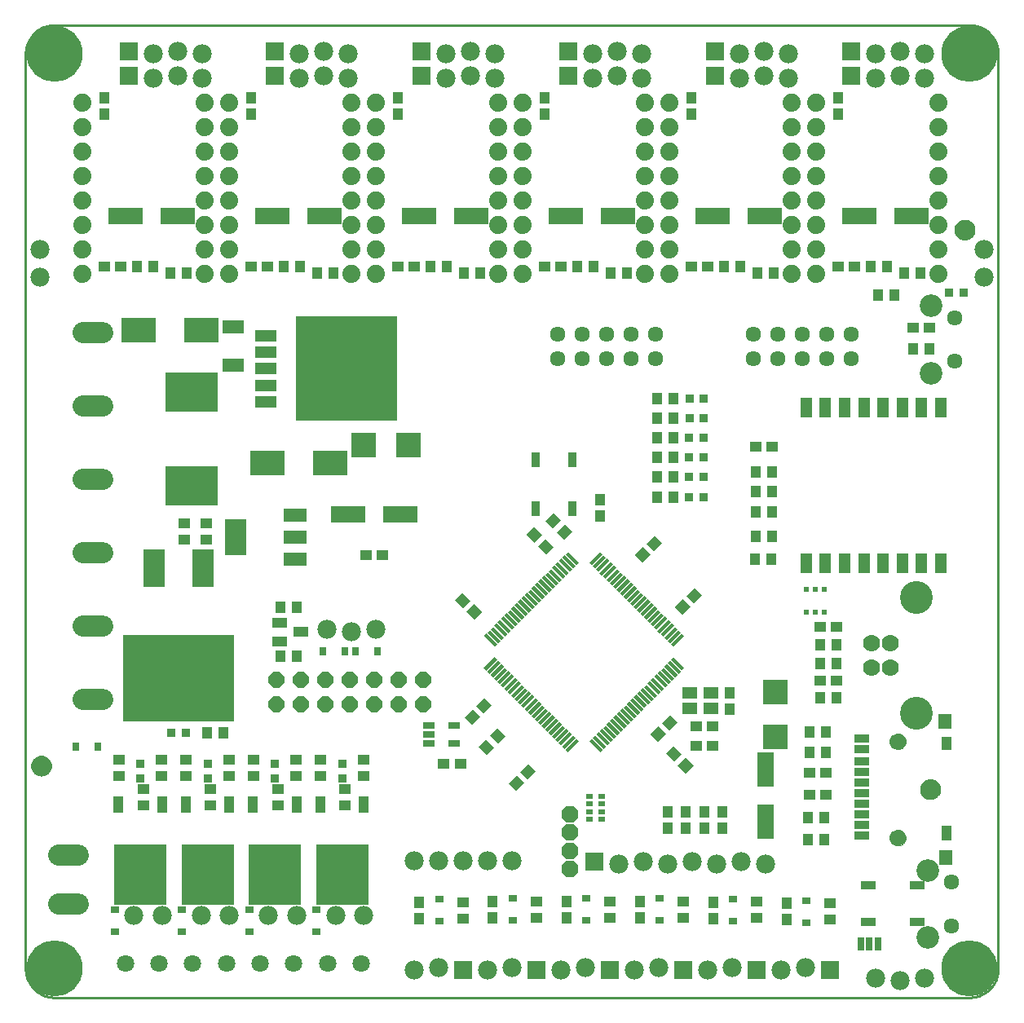
<source format=gts>
G75*
G70*
%OFA0B0*%
%FSLAX24Y24*%
%IPPOS*%
%LPD*%
%AMOC8*
5,1,8,0,0,1.08239X$1,22.5*
%
%ADD10C,0.0100*%
%ADD11R,0.0146X0.0631*%
%ADD12R,0.0631X0.0146*%
%ADD13R,0.0591X0.0512*%
%ADD14R,0.0473X0.0434*%
%ADD15R,0.0434X0.0473*%
%ADD16R,0.0640X0.0340*%
%ADD17R,0.0355X0.0355*%
%ADD18R,0.0340X0.0640*%
%ADD19C,0.0700*%
%ADD20C,0.1340*%
%ADD21R,0.0237X0.0237*%
%ADD22C,0.0634*%
%ADD23R,0.0367X0.0288*%
%ADD24R,0.1040X0.1040*%
%ADD25R,0.4138X0.4292*%
%ADD26R,0.0890X0.0460*%
%ADD27R,0.2166X0.1615*%
%ADD28R,0.0867X0.0540*%
%ADD29R,0.0512X0.0827*%
%ADD30C,0.0926*%
%ADD31C,0.0780*%
%ADD32R,0.0571X0.0631*%
%ADD33R,0.0434X0.0591*%
%ADD34R,0.0434X0.0552*%
%ADD35R,0.0631X0.0335*%
%ADD36C,0.0000*%
%ADD37C,0.0670*%
%ADD38R,0.0780X0.0780*%
%ADD39C,0.0740*%
%ADD40R,0.1418X0.0670*%
%ADD41R,0.0860X0.1540*%
%ADD42R,0.4540X0.3540*%
%ADD43C,0.0050*%
%ADD44R,0.2166X0.2481*%
%ADD45R,0.0434X0.0670*%
%ADD46R,0.0920X0.0520*%
%ADD47R,0.0906X0.1457*%
%ADD48R,0.0296X0.0237*%
%ADD49R,0.0591X0.0434*%
%ADD50C,0.0865*%
%ADD51R,0.0288X0.0367*%
%ADD52OC8,0.0640*%
%ADD53R,0.0512X0.0257*%
%ADD54R,0.0290X0.0540*%
%ADD55OC8,0.0670*%
%ADD56R,0.0670X0.1418*%
%ADD57C,0.0709*%
%ADD58R,0.1418X0.1024*%
%ADD59C,0.2290*%
D10*
X002330Y001759D02*
X002330Y039160D01*
X002332Y039226D01*
X002337Y039292D01*
X002347Y039358D01*
X002360Y039423D01*
X002376Y039487D01*
X002396Y039550D01*
X002420Y039612D01*
X002447Y039672D01*
X002477Y039731D01*
X002511Y039788D01*
X002548Y039843D01*
X002588Y039896D01*
X002630Y039947D01*
X002676Y039995D01*
X002724Y040041D01*
X002775Y040083D01*
X002828Y040123D01*
X002883Y040160D01*
X002940Y040194D01*
X002999Y040224D01*
X003059Y040251D01*
X003121Y040275D01*
X003184Y040295D01*
X003248Y040311D01*
X003313Y040324D01*
X003379Y040334D01*
X003445Y040339D01*
X003511Y040341D01*
X040913Y040341D01*
X040979Y040339D01*
X041045Y040334D01*
X041111Y040324D01*
X041176Y040311D01*
X041240Y040295D01*
X041303Y040275D01*
X041365Y040251D01*
X041425Y040224D01*
X041484Y040194D01*
X041541Y040160D01*
X041596Y040123D01*
X041649Y040083D01*
X041700Y040041D01*
X041748Y039995D01*
X041794Y039947D01*
X041836Y039896D01*
X041876Y039843D01*
X041913Y039788D01*
X041947Y039731D01*
X041977Y039672D01*
X042004Y039612D01*
X042028Y039550D01*
X042048Y039487D01*
X042064Y039423D01*
X042077Y039358D01*
X042087Y039292D01*
X042092Y039226D01*
X042094Y039160D01*
X042094Y001759D01*
X042092Y001693D01*
X042087Y001627D01*
X042077Y001561D01*
X042064Y001496D01*
X042048Y001432D01*
X042028Y001369D01*
X042004Y001307D01*
X041977Y001247D01*
X041947Y001188D01*
X041913Y001131D01*
X041876Y001076D01*
X041836Y001023D01*
X041794Y000972D01*
X041748Y000924D01*
X041700Y000878D01*
X041649Y000836D01*
X041596Y000796D01*
X041541Y000759D01*
X041484Y000725D01*
X041425Y000695D01*
X041365Y000668D01*
X041303Y000644D01*
X041240Y000624D01*
X041176Y000608D01*
X041111Y000595D01*
X041045Y000585D01*
X040979Y000580D01*
X040913Y000578D01*
X003511Y000578D01*
X003445Y000580D01*
X003379Y000585D01*
X003313Y000595D01*
X003248Y000608D01*
X003184Y000624D01*
X003121Y000644D01*
X003059Y000668D01*
X002999Y000695D01*
X002940Y000725D01*
X002883Y000759D01*
X002828Y000796D01*
X002775Y000836D01*
X002724Y000878D01*
X002676Y000924D01*
X002630Y000972D01*
X002588Y001023D01*
X002548Y001076D01*
X002511Y001131D01*
X002477Y001188D01*
X002447Y001247D01*
X002420Y001307D01*
X002396Y001369D01*
X002376Y001432D01*
X002360Y001496D01*
X002347Y001561D01*
X002337Y001627D01*
X002332Y001693D01*
X002330Y001759D01*
D11*
G36*
X021611Y015023D02*
X021508Y014920D01*
X021063Y015365D01*
X021166Y015468D01*
X021611Y015023D01*
G37*
G36*
X021750Y015162D02*
X021647Y015059D01*
X021202Y015504D01*
X021305Y015607D01*
X021750Y015162D01*
G37*
G36*
X021889Y015301D02*
X021786Y015198D01*
X021341Y015643D01*
X021444Y015746D01*
X021889Y015301D01*
G37*
G36*
X022028Y015441D02*
X021925Y015338D01*
X021480Y015783D01*
X021583Y015886D01*
X022028Y015441D01*
G37*
G36*
X022168Y015580D02*
X022065Y015477D01*
X021620Y015922D01*
X021723Y016025D01*
X022168Y015580D01*
G37*
G36*
X022307Y015719D02*
X022204Y015616D01*
X021759Y016061D01*
X021862Y016164D01*
X022307Y015719D01*
G37*
G36*
X022446Y015858D02*
X022343Y015755D01*
X021898Y016200D01*
X022001Y016303D01*
X022446Y015858D01*
G37*
G36*
X022585Y015997D02*
X022482Y015894D01*
X022037Y016339D01*
X022140Y016442D01*
X022585Y015997D01*
G37*
G36*
X022724Y016137D02*
X022621Y016034D01*
X022176Y016479D01*
X022279Y016582D01*
X022724Y016137D01*
G37*
G36*
X022864Y016276D02*
X022761Y016173D01*
X022316Y016618D01*
X022419Y016721D01*
X022864Y016276D01*
G37*
G36*
X023003Y016415D02*
X022900Y016312D01*
X022455Y016757D01*
X022558Y016860D01*
X023003Y016415D01*
G37*
G36*
X023142Y016554D02*
X023039Y016451D01*
X022594Y016896D01*
X022697Y016999D01*
X023142Y016554D01*
G37*
G36*
X023281Y016693D02*
X023178Y016590D01*
X022733Y017035D01*
X022836Y017138D01*
X023281Y016693D01*
G37*
G36*
X023420Y016833D02*
X023317Y016730D01*
X022872Y017175D01*
X022975Y017278D01*
X023420Y016833D01*
G37*
G36*
X023560Y016972D02*
X023457Y016869D01*
X023012Y017314D01*
X023115Y017417D01*
X023560Y016972D01*
G37*
G36*
X023699Y017111D02*
X023596Y017008D01*
X023151Y017453D01*
X023254Y017556D01*
X023699Y017111D01*
G37*
G36*
X023838Y017250D02*
X023735Y017147D01*
X023290Y017592D01*
X023393Y017695D01*
X023838Y017250D01*
G37*
G36*
X023977Y017389D02*
X023874Y017286D01*
X023429Y017731D01*
X023532Y017834D01*
X023977Y017389D01*
G37*
G36*
X024116Y017529D02*
X024013Y017426D01*
X023568Y017871D01*
X023671Y017974D01*
X024116Y017529D01*
G37*
G36*
X024255Y017668D02*
X024152Y017565D01*
X023707Y018010D01*
X023810Y018113D01*
X024255Y017668D01*
G37*
G36*
X024395Y017807D02*
X024292Y017704D01*
X023847Y018149D01*
X023950Y018252D01*
X024395Y017807D01*
G37*
G36*
X024534Y017946D02*
X024431Y017843D01*
X023986Y018288D01*
X024089Y018391D01*
X024534Y017946D01*
G37*
G36*
X024673Y018085D02*
X024570Y017982D01*
X024125Y018427D01*
X024228Y018530D01*
X024673Y018085D01*
G37*
G36*
X024812Y018225D02*
X024709Y018122D01*
X024264Y018567D01*
X024367Y018670D01*
X024812Y018225D01*
G37*
G36*
X024951Y018364D02*
X024848Y018261D01*
X024403Y018706D01*
X024506Y018809D01*
X024951Y018364D01*
G37*
G36*
X029266Y014049D02*
X029163Y013946D01*
X028718Y014391D01*
X028821Y014494D01*
X029266Y014049D01*
G37*
G36*
X029127Y013910D02*
X029024Y013807D01*
X028579Y014252D01*
X028682Y014355D01*
X029127Y013910D01*
G37*
G36*
X028988Y013770D02*
X028885Y013667D01*
X028440Y014112D01*
X028543Y014215D01*
X028988Y013770D01*
G37*
G36*
X028849Y013631D02*
X028746Y013528D01*
X028301Y013973D01*
X028404Y014076D01*
X028849Y013631D01*
G37*
G36*
X028710Y013492D02*
X028607Y013389D01*
X028162Y013834D01*
X028265Y013937D01*
X028710Y013492D01*
G37*
G36*
X028571Y013353D02*
X028468Y013250D01*
X028023Y013695D01*
X028126Y013798D01*
X028571Y013353D01*
G37*
G36*
X028431Y013214D02*
X028328Y013111D01*
X027883Y013556D01*
X027986Y013659D01*
X028431Y013214D01*
G37*
G36*
X028292Y013074D02*
X028189Y012971D01*
X027744Y013416D01*
X027847Y013519D01*
X028292Y013074D01*
G37*
G36*
X028153Y012935D02*
X028050Y012832D01*
X027605Y013277D01*
X027708Y013380D01*
X028153Y012935D01*
G37*
G36*
X028014Y012796D02*
X027911Y012693D01*
X027466Y013138D01*
X027569Y013241D01*
X028014Y012796D01*
G37*
G36*
X027875Y012657D02*
X027772Y012554D01*
X027327Y012999D01*
X027430Y013102D01*
X027875Y012657D01*
G37*
G36*
X027735Y012518D02*
X027632Y012415D01*
X027187Y012860D01*
X027290Y012963D01*
X027735Y012518D01*
G37*
G36*
X027596Y012378D02*
X027493Y012275D01*
X027048Y012720D01*
X027151Y012823D01*
X027596Y012378D01*
G37*
G36*
X027457Y012239D02*
X027354Y012136D01*
X026909Y012581D01*
X027012Y012684D01*
X027457Y012239D01*
G37*
G36*
X027318Y012100D02*
X027215Y011997D01*
X026770Y012442D01*
X026873Y012545D01*
X027318Y012100D01*
G37*
G36*
X027179Y011961D02*
X027076Y011858D01*
X026631Y012303D01*
X026734Y012406D01*
X027179Y011961D01*
G37*
G36*
X027039Y011822D02*
X026936Y011719D01*
X026491Y012164D01*
X026594Y012267D01*
X027039Y011822D01*
G37*
G36*
X026900Y011682D02*
X026797Y011579D01*
X026352Y012024D01*
X026455Y012127D01*
X026900Y011682D01*
G37*
G36*
X026761Y011543D02*
X026658Y011440D01*
X026213Y011885D01*
X026316Y011988D01*
X026761Y011543D01*
G37*
G36*
X026622Y011404D02*
X026519Y011301D01*
X026074Y011746D01*
X026177Y011849D01*
X026622Y011404D01*
G37*
G36*
X026483Y011265D02*
X026380Y011162D01*
X025935Y011607D01*
X026038Y011710D01*
X026483Y011265D01*
G37*
G36*
X026343Y011126D02*
X026240Y011023D01*
X025795Y011468D01*
X025898Y011571D01*
X026343Y011126D01*
G37*
G36*
X026204Y010986D02*
X026101Y010883D01*
X025656Y011328D01*
X025759Y011431D01*
X026204Y010986D01*
G37*
G36*
X026065Y010847D02*
X025962Y010744D01*
X025517Y011189D01*
X025620Y011292D01*
X026065Y010847D01*
G37*
G36*
X025926Y010708D02*
X025823Y010605D01*
X025378Y011050D01*
X025481Y011153D01*
X025926Y010708D01*
G37*
D12*
G36*
X024951Y011050D02*
X024506Y010605D01*
X024403Y010708D01*
X024848Y011153D01*
X024951Y011050D01*
G37*
G36*
X024812Y011189D02*
X024367Y010744D01*
X024264Y010847D01*
X024709Y011292D01*
X024812Y011189D01*
G37*
G36*
X024673Y011328D02*
X024228Y010883D01*
X024125Y010986D01*
X024570Y011431D01*
X024673Y011328D01*
G37*
G36*
X024534Y011468D02*
X024089Y011023D01*
X023986Y011126D01*
X024431Y011571D01*
X024534Y011468D01*
G37*
G36*
X024395Y011607D02*
X023950Y011162D01*
X023847Y011265D01*
X024292Y011710D01*
X024395Y011607D01*
G37*
G36*
X024255Y011746D02*
X023810Y011301D01*
X023707Y011404D01*
X024152Y011849D01*
X024255Y011746D01*
G37*
G36*
X024116Y011885D02*
X023671Y011440D01*
X023568Y011543D01*
X024013Y011988D01*
X024116Y011885D01*
G37*
G36*
X023977Y012024D02*
X023532Y011579D01*
X023429Y011682D01*
X023874Y012127D01*
X023977Y012024D01*
G37*
G36*
X023838Y012164D02*
X023393Y011719D01*
X023290Y011822D01*
X023735Y012267D01*
X023838Y012164D01*
G37*
G36*
X023699Y012303D02*
X023254Y011858D01*
X023151Y011961D01*
X023596Y012406D01*
X023699Y012303D01*
G37*
G36*
X023560Y012442D02*
X023115Y011997D01*
X023012Y012100D01*
X023457Y012545D01*
X023560Y012442D01*
G37*
G36*
X023420Y012581D02*
X022975Y012136D01*
X022872Y012239D01*
X023317Y012684D01*
X023420Y012581D01*
G37*
G36*
X023281Y012720D02*
X022836Y012275D01*
X022733Y012378D01*
X023178Y012823D01*
X023281Y012720D01*
G37*
G36*
X023142Y012860D02*
X022697Y012415D01*
X022594Y012518D01*
X023039Y012963D01*
X023142Y012860D01*
G37*
G36*
X023003Y012999D02*
X022558Y012554D01*
X022455Y012657D01*
X022900Y013102D01*
X023003Y012999D01*
G37*
G36*
X022864Y013138D02*
X022419Y012693D01*
X022316Y012796D01*
X022761Y013241D01*
X022864Y013138D01*
G37*
G36*
X022724Y013277D02*
X022279Y012832D01*
X022176Y012935D01*
X022621Y013380D01*
X022724Y013277D01*
G37*
G36*
X022585Y013416D02*
X022140Y012971D01*
X022037Y013074D01*
X022482Y013519D01*
X022585Y013416D01*
G37*
G36*
X022446Y013556D02*
X022001Y013111D01*
X021898Y013214D01*
X022343Y013659D01*
X022446Y013556D01*
G37*
G36*
X022307Y013695D02*
X021862Y013250D01*
X021759Y013353D01*
X022204Y013798D01*
X022307Y013695D01*
G37*
G36*
X022168Y013834D02*
X021723Y013389D01*
X021620Y013492D01*
X022065Y013937D01*
X022168Y013834D01*
G37*
G36*
X022028Y013973D02*
X021583Y013528D01*
X021480Y013631D01*
X021925Y014076D01*
X022028Y013973D01*
G37*
G36*
X021889Y014112D02*
X021444Y013667D01*
X021341Y013770D01*
X021786Y014215D01*
X021889Y014112D01*
G37*
G36*
X021750Y014252D02*
X021305Y013807D01*
X021202Y013910D01*
X021647Y014355D01*
X021750Y014252D01*
G37*
G36*
X021611Y014391D02*
X021166Y013946D01*
X021063Y014049D01*
X021508Y014494D01*
X021611Y014391D01*
G37*
G36*
X025926Y018706D02*
X025481Y018261D01*
X025378Y018364D01*
X025823Y018809D01*
X025926Y018706D01*
G37*
G36*
X026065Y018567D02*
X025620Y018122D01*
X025517Y018225D01*
X025962Y018670D01*
X026065Y018567D01*
G37*
G36*
X026204Y018427D02*
X025759Y017982D01*
X025656Y018085D01*
X026101Y018530D01*
X026204Y018427D01*
G37*
G36*
X026343Y018288D02*
X025898Y017843D01*
X025795Y017946D01*
X026240Y018391D01*
X026343Y018288D01*
G37*
G36*
X026483Y018149D02*
X026038Y017704D01*
X025935Y017807D01*
X026380Y018252D01*
X026483Y018149D01*
G37*
G36*
X026622Y018010D02*
X026177Y017565D01*
X026074Y017668D01*
X026519Y018113D01*
X026622Y018010D01*
G37*
G36*
X026761Y017871D02*
X026316Y017426D01*
X026213Y017529D01*
X026658Y017974D01*
X026761Y017871D01*
G37*
G36*
X026900Y017731D02*
X026455Y017286D01*
X026352Y017389D01*
X026797Y017834D01*
X026900Y017731D01*
G37*
G36*
X027039Y017592D02*
X026594Y017147D01*
X026491Y017250D01*
X026936Y017695D01*
X027039Y017592D01*
G37*
G36*
X027179Y017453D02*
X026734Y017008D01*
X026631Y017111D01*
X027076Y017556D01*
X027179Y017453D01*
G37*
G36*
X027318Y017314D02*
X026873Y016869D01*
X026770Y016972D01*
X027215Y017417D01*
X027318Y017314D01*
G37*
G36*
X027457Y017175D02*
X027012Y016730D01*
X026909Y016833D01*
X027354Y017278D01*
X027457Y017175D01*
G37*
G36*
X027596Y017035D02*
X027151Y016590D01*
X027048Y016693D01*
X027493Y017138D01*
X027596Y017035D01*
G37*
G36*
X027735Y016896D02*
X027290Y016451D01*
X027187Y016554D01*
X027632Y016999D01*
X027735Y016896D01*
G37*
G36*
X027875Y016757D02*
X027430Y016312D01*
X027327Y016415D01*
X027772Y016860D01*
X027875Y016757D01*
G37*
G36*
X028014Y016618D02*
X027569Y016173D01*
X027466Y016276D01*
X027911Y016721D01*
X028014Y016618D01*
G37*
G36*
X028153Y016479D02*
X027708Y016034D01*
X027605Y016137D01*
X028050Y016582D01*
X028153Y016479D01*
G37*
G36*
X028292Y016339D02*
X027847Y015894D01*
X027744Y015997D01*
X028189Y016442D01*
X028292Y016339D01*
G37*
G36*
X028431Y016200D02*
X027986Y015755D01*
X027883Y015858D01*
X028328Y016303D01*
X028431Y016200D01*
G37*
G36*
X028571Y016061D02*
X028126Y015616D01*
X028023Y015719D01*
X028468Y016164D01*
X028571Y016061D01*
G37*
G36*
X028710Y015922D02*
X028265Y015477D01*
X028162Y015580D01*
X028607Y016025D01*
X028710Y015922D01*
G37*
G36*
X028849Y015783D02*
X028404Y015338D01*
X028301Y015441D01*
X028746Y015886D01*
X028849Y015783D01*
G37*
G36*
X028988Y015643D02*
X028543Y015198D01*
X028440Y015301D01*
X028885Y015746D01*
X028988Y015643D01*
G37*
G36*
X029127Y015504D02*
X028682Y015059D01*
X028579Y015162D01*
X029024Y015607D01*
X029127Y015504D01*
G37*
G36*
X029266Y015365D02*
X028821Y014920D01*
X028718Y015023D01*
X029163Y015468D01*
X029266Y015365D01*
G37*
D13*
X029482Y013022D03*
X029482Y012392D03*
X030348Y012392D03*
X030348Y013022D03*
D14*
X030409Y011657D03*
X029740Y011657D03*
X029736Y010861D03*
X030406Y010861D03*
G36*
X029327Y009746D02*
X028994Y010079D01*
X029301Y010386D01*
X029634Y010053D01*
X029327Y009746D01*
G37*
G36*
X028854Y010219D02*
X028521Y010552D01*
X028828Y010859D01*
X029161Y010526D01*
X028854Y010219D01*
G37*
G36*
X028506Y011349D02*
X028173Y011016D01*
X027866Y011323D01*
X028199Y011656D01*
X028506Y011349D01*
G37*
G36*
X028980Y011823D02*
X028647Y011490D01*
X028340Y011797D01*
X028673Y012130D01*
X028980Y011823D01*
G37*
G36*
X029505Y016549D02*
X029172Y016216D01*
X028865Y016523D01*
X029198Y016856D01*
X029505Y016549D01*
G37*
G36*
X029978Y017022D02*
X029645Y016689D01*
X029338Y016996D01*
X029671Y017329D01*
X029978Y017022D01*
G37*
G36*
X027706Y019131D02*
X028039Y019464D01*
X028346Y019157D01*
X028013Y018824D01*
X027706Y019131D01*
G37*
G36*
X027233Y018657D02*
X027566Y018990D01*
X027873Y018683D01*
X027540Y018350D01*
X027233Y018657D01*
G37*
G36*
X023606Y018706D02*
X023273Y019039D01*
X023580Y019346D01*
X023913Y019013D01*
X023606Y018706D01*
G37*
G36*
X023133Y019179D02*
X022800Y019512D01*
X023107Y019819D01*
X023440Y019486D01*
X023133Y019179D01*
G37*
G36*
X020669Y016656D02*
X021002Y016323D01*
X020695Y016016D01*
X020362Y016349D01*
X020669Y016656D01*
G37*
G36*
X020196Y017129D02*
X020529Y016796D01*
X020222Y016489D01*
X019889Y016822D01*
X020196Y017129D01*
G37*
X016920Y018658D03*
X016251Y018658D03*
X009705Y019305D03*
X009705Y019975D03*
X008830Y019975D03*
X008830Y019305D03*
X008893Y010287D03*
X008893Y009618D03*
X009893Y009100D03*
X010643Y009618D03*
X010643Y010287D03*
X011643Y010287D03*
X011643Y009618D03*
X012643Y009100D03*
X012643Y008430D03*
X013393Y009618D03*
X013393Y010287D03*
X014393Y010287D03*
X014393Y009618D03*
X015393Y009100D03*
X015393Y008430D03*
X016143Y009618D03*
X016143Y010287D03*
X019433Y010140D03*
X020102Y010140D03*
G36*
X020269Y012029D02*
X020602Y012362D01*
X020909Y012055D01*
X020576Y011722D01*
X020269Y012029D01*
G37*
G36*
X020742Y012502D02*
X021075Y012835D01*
X021382Y012528D01*
X021049Y012195D01*
X020742Y012502D01*
G37*
G36*
X022543Y009810D02*
X022876Y010143D01*
X023183Y009836D01*
X022850Y009503D01*
X022543Y009810D01*
G37*
G36*
X022070Y009337D02*
X022403Y009670D01*
X022710Y009363D01*
X022377Y009030D01*
X022070Y009337D01*
G37*
X023209Y004507D03*
X023209Y003837D03*
X026209Y003819D03*
X026209Y004488D03*
X029201Y004486D03*
X029201Y003817D03*
X032201Y003839D03*
X032201Y004508D03*
X035201Y004421D03*
X035201Y003751D03*
X035049Y008871D03*
X034379Y008871D03*
X034392Y009759D03*
X035062Y009759D03*
X034807Y013536D03*
X035476Y013536D03*
X035496Y015735D03*
X034826Y015735D03*
X032858Y023094D03*
X032188Y023094D03*
X038620Y027969D03*
X039290Y027969D03*
X036227Y030453D03*
X035558Y030453D03*
X030227Y030453D03*
X029558Y030453D03*
X024227Y030453D03*
X023558Y030453D03*
X018227Y030453D03*
X017558Y030453D03*
X012227Y030453D03*
X011558Y030453D03*
X006227Y030453D03*
X005558Y030453D03*
X006143Y010287D03*
X006143Y009618D03*
X007143Y009100D03*
X007893Y009618D03*
X007893Y010287D03*
X007143Y008430D03*
X009893Y008430D03*
X020201Y004461D03*
X020201Y003792D03*
D15*
X021409Y003841D03*
X021409Y004511D03*
X018409Y004461D03*
X018409Y003791D03*
X024459Y003833D03*
X024459Y004502D03*
X027459Y004509D03*
X027459Y003840D03*
X030459Y003810D03*
X030459Y004479D03*
X033459Y004427D03*
X033459Y003758D03*
X034323Y007032D03*
X034992Y007032D03*
X034993Y007915D03*
X034324Y007915D03*
X034386Y010602D03*
X035055Y010602D03*
X035055Y011420D03*
X034386Y011420D03*
X034807Y012832D03*
X035476Y012832D03*
X035476Y014239D03*
X034807Y014239D03*
X034807Y014983D03*
X035476Y014983D03*
X032818Y018512D03*
X032149Y018512D03*
X032169Y019437D03*
X032838Y019437D03*
X032838Y020441D03*
X032169Y020441D03*
X032173Y021259D03*
X032843Y021259D03*
X032858Y022072D03*
X032188Y022072D03*
X028821Y021852D03*
X028152Y021852D03*
X028152Y022664D03*
X028821Y022664D03*
X028821Y023471D03*
X028152Y023471D03*
X028151Y024276D03*
X028820Y024276D03*
X028820Y025078D03*
X028151Y025078D03*
X028152Y021033D03*
X028821Y021033D03*
X025803Y020944D03*
X025803Y020275D03*
G36*
X024378Y019922D02*
X024685Y019615D01*
X024352Y019282D01*
X024045Y019589D01*
X024378Y019922D01*
G37*
G36*
X023905Y020395D02*
X024212Y020088D01*
X023879Y019755D01*
X023572Y020062D01*
X023905Y020395D01*
G37*
X031115Y013042D03*
X031115Y012372D03*
X030830Y008162D03*
X030830Y007493D03*
X030080Y007493D03*
X029330Y007493D03*
X029330Y008162D03*
X030080Y008162D03*
X028580Y008162D03*
X028580Y007493D03*
G36*
X021949Y011270D02*
X021642Y010963D01*
X021309Y011296D01*
X021616Y011603D01*
X021949Y011270D01*
G37*
G36*
X021476Y010797D02*
X021169Y010490D01*
X020836Y010823D01*
X021143Y011130D01*
X021476Y010797D01*
G37*
X013415Y014515D03*
X012745Y014515D03*
X012745Y016515D03*
X013415Y016515D03*
X010415Y011390D03*
X009745Y011390D03*
X008915Y030203D03*
X008245Y030203D03*
X007540Y030453D03*
X006870Y030453D03*
X012870Y030453D03*
X013540Y030453D03*
X014245Y030203D03*
X014915Y030203D03*
X018870Y030453D03*
X019540Y030453D03*
X020245Y030203D03*
X020915Y030203D03*
X024870Y030453D03*
X025540Y030453D03*
X026245Y030203D03*
X026915Y030203D03*
X030870Y030453D03*
X031540Y030453D03*
X032245Y030203D03*
X032915Y030203D03*
X036870Y030453D03*
X037540Y030453D03*
X038245Y030203D03*
X038915Y030203D03*
X037852Y029296D03*
X037183Y029296D03*
X038625Y027097D03*
X039295Y027097D03*
X035561Y036699D03*
X035561Y037368D03*
X029561Y037362D03*
X029561Y036693D03*
X023561Y036693D03*
X023561Y037362D03*
X017561Y037362D03*
X017561Y036693D03*
X011549Y036693D03*
X011549Y037362D03*
X005561Y037362D03*
X005561Y036693D03*
D16*
X036779Y005151D03*
X036779Y003651D03*
X038779Y003651D03*
X038779Y005151D03*
D17*
X030057Y021033D03*
X029466Y021033D03*
X029466Y021852D03*
X030057Y021852D03*
X030057Y022664D03*
X029466Y022664D03*
X029466Y023471D03*
X030057Y023471D03*
X030060Y024276D03*
X029470Y024276D03*
X029470Y025078D03*
X030060Y025078D03*
X040097Y029390D03*
X040688Y029390D03*
X015268Y010123D03*
X015268Y009532D03*
X012518Y009532D03*
X012518Y010123D03*
X009768Y010123D03*
X009768Y009532D03*
X008875Y011390D03*
X008285Y011390D03*
X007018Y010123D03*
X007018Y009532D03*
D18*
X023198Y020562D03*
X024698Y020562D03*
X024698Y022562D03*
X023198Y022562D03*
D19*
X036913Y015063D03*
X037693Y015063D03*
X037693Y014079D03*
X036913Y014079D03*
D20*
X038763Y012201D03*
X038763Y016941D03*
D21*
X034995Y017264D03*
X034621Y017264D03*
X034247Y017264D03*
X034247Y016319D03*
X034621Y016319D03*
X034995Y016319D03*
D22*
X035080Y026703D03*
X035080Y027703D03*
X036080Y027703D03*
X036080Y026703D03*
X034080Y026703D03*
X034080Y027703D03*
X033080Y027703D03*
X032080Y027703D03*
X032080Y026703D03*
X033080Y026703D03*
X028080Y026703D03*
X028080Y027703D03*
X027080Y027703D03*
X027080Y026703D03*
X026080Y026703D03*
X026080Y027703D03*
X025080Y027703D03*
X024080Y027703D03*
X024080Y026703D03*
X025080Y026703D03*
X040322Y026593D03*
X040322Y028364D03*
X040197Y005286D03*
X040197Y003514D03*
D23*
X034260Y003631D03*
X034260Y004537D03*
X031260Y004599D03*
X031260Y003693D03*
X028260Y003721D03*
X028260Y004627D03*
X025260Y004620D03*
X025260Y003715D03*
X022260Y003735D03*
X022260Y004640D03*
X019260Y004598D03*
X019260Y003692D03*
X014230Y003275D03*
X014230Y004180D03*
X011480Y004180D03*
X011480Y003275D03*
X008730Y003275D03*
X008730Y004180D03*
X005980Y004180D03*
X005980Y003275D03*
D24*
X016134Y023160D03*
X017984Y023160D03*
X032999Y013073D03*
X032999Y011223D03*
D25*
X015444Y026282D03*
D26*
X012164Y026282D03*
X012164Y026952D03*
X012164Y027622D03*
X012164Y025612D03*
X012164Y024942D03*
D27*
X009102Y025344D03*
X009102Y021485D03*
D28*
X010830Y026423D03*
X010830Y027982D03*
D29*
X034241Y024697D03*
X035029Y024697D03*
X035816Y024697D03*
X036604Y024697D03*
X037391Y024697D03*
X038178Y024697D03*
X038966Y024697D03*
X039753Y024697D03*
X039753Y018319D03*
X038966Y018319D03*
X038178Y018319D03*
X037391Y018319D03*
X036604Y018319D03*
X035816Y018319D03*
X035029Y018319D03*
X034241Y018319D03*
D30*
X039338Y026101D03*
X039338Y028857D03*
X039213Y005778D03*
X039213Y003022D03*
D31*
X039080Y001378D03*
X038080Y001278D03*
X037080Y001378D03*
X034204Y001784D03*
X033204Y001684D03*
X031204Y001784D03*
X030204Y001684D03*
X028204Y001784D03*
X027204Y001684D03*
X025204Y001784D03*
X024204Y001684D03*
X022204Y001784D03*
X021204Y001684D03*
X019204Y001784D03*
X018204Y001684D03*
X016150Y003928D03*
X015010Y003928D03*
X013400Y003928D03*
X012260Y003928D03*
X010650Y003928D03*
X009510Y003928D03*
X007900Y003928D03*
X006760Y003928D03*
X018208Y006150D03*
X019208Y006150D03*
X020208Y006150D03*
X021208Y006150D03*
X022208Y006150D03*
X026580Y006028D03*
X027580Y006128D03*
X028580Y006028D03*
X029580Y006128D03*
X030580Y006028D03*
X031580Y006128D03*
X032580Y006028D03*
X016643Y015628D03*
X015643Y015528D03*
X014643Y015628D03*
X002924Y030039D03*
X002924Y031179D03*
X007536Y038153D03*
X007536Y039153D03*
X008536Y039253D03*
X009536Y039153D03*
X009536Y038153D03*
X008536Y038253D03*
X013518Y038153D03*
X014518Y038253D03*
X015518Y038153D03*
X015518Y039153D03*
X014518Y039253D03*
X013518Y039153D03*
X019518Y039153D03*
X019518Y038153D03*
X020518Y038253D03*
X021518Y038153D03*
X021518Y039153D03*
X020518Y039253D03*
X025518Y039153D03*
X026518Y039253D03*
X027518Y039153D03*
X027518Y038153D03*
X026518Y038253D03*
X025518Y038153D03*
X031518Y038153D03*
X032518Y038253D03*
X033518Y038153D03*
X033518Y039153D03*
X032518Y039253D03*
X031518Y039153D03*
X037080Y039153D03*
X038080Y039253D03*
X038080Y038253D03*
X037080Y038153D03*
X039080Y038153D03*
X039080Y039153D03*
X041518Y031179D03*
X041518Y030039D03*
D32*
X039928Y011862D03*
X039948Y006292D03*
D33*
X039987Y007286D03*
D34*
X039987Y010957D03*
D35*
X036533Y011173D03*
X036533Y010740D03*
X036533Y010229D03*
X036533Y009796D03*
X036533Y009362D03*
X036533Y008929D03*
X036533Y008496D03*
X036533Y008063D03*
X036533Y007630D03*
X036533Y007197D03*
D36*
X037684Y007109D02*
X037686Y007144D01*
X037692Y007179D01*
X037702Y007213D01*
X037715Y007246D01*
X037732Y007277D01*
X037753Y007305D01*
X037776Y007332D01*
X037803Y007355D01*
X037831Y007376D01*
X037862Y007393D01*
X037895Y007406D01*
X037929Y007416D01*
X037964Y007422D01*
X037999Y007424D01*
X038034Y007422D01*
X038069Y007416D01*
X038103Y007406D01*
X038136Y007393D01*
X038167Y007376D01*
X038195Y007355D01*
X038222Y007332D01*
X038245Y007305D01*
X038266Y007277D01*
X038283Y007246D01*
X038296Y007213D01*
X038306Y007179D01*
X038312Y007144D01*
X038314Y007109D01*
X038312Y007074D01*
X038306Y007039D01*
X038296Y007005D01*
X038283Y006972D01*
X038266Y006941D01*
X038245Y006913D01*
X038222Y006886D01*
X038195Y006863D01*
X038167Y006842D01*
X038136Y006825D01*
X038103Y006812D01*
X038069Y006802D01*
X038034Y006796D01*
X037999Y006794D01*
X037964Y006796D01*
X037929Y006802D01*
X037895Y006812D01*
X037862Y006825D01*
X037831Y006842D01*
X037803Y006863D01*
X037776Y006886D01*
X037753Y006913D01*
X037732Y006941D01*
X037715Y006972D01*
X037702Y007005D01*
X037692Y007039D01*
X037686Y007074D01*
X037684Y007109D01*
X037684Y011046D02*
X037686Y011081D01*
X037692Y011116D01*
X037702Y011150D01*
X037715Y011183D01*
X037732Y011214D01*
X037753Y011242D01*
X037776Y011269D01*
X037803Y011292D01*
X037831Y011313D01*
X037862Y011330D01*
X037895Y011343D01*
X037929Y011353D01*
X037964Y011359D01*
X037999Y011361D01*
X038034Y011359D01*
X038069Y011353D01*
X038103Y011343D01*
X038136Y011330D01*
X038167Y011313D01*
X038195Y011292D01*
X038222Y011269D01*
X038245Y011242D01*
X038266Y011214D01*
X038283Y011183D01*
X038296Y011150D01*
X038306Y011116D01*
X038312Y011081D01*
X038314Y011046D01*
X038312Y011011D01*
X038306Y010976D01*
X038296Y010942D01*
X038283Y010909D01*
X038266Y010878D01*
X038245Y010850D01*
X038222Y010823D01*
X038195Y010800D01*
X038167Y010779D01*
X038136Y010762D01*
X038103Y010749D01*
X038069Y010739D01*
X038034Y010733D01*
X037999Y010731D01*
X037964Y010733D01*
X037929Y010739D01*
X037895Y010749D01*
X037862Y010762D01*
X037831Y010779D01*
X037803Y010800D01*
X037776Y010823D01*
X037753Y010850D01*
X037732Y010878D01*
X037715Y010909D01*
X037702Y010942D01*
X037692Y010976D01*
X037686Y011011D01*
X037684Y011046D01*
D37*
X037999Y011046D03*
X037999Y007109D03*
D38*
X035204Y001684D03*
X032204Y001684D03*
X029204Y001684D03*
X026204Y001684D03*
X023204Y001684D03*
X020204Y001684D03*
X025580Y006128D03*
X024518Y038253D03*
X024518Y039253D03*
X030518Y039253D03*
X030518Y038253D03*
X036080Y038253D03*
X036080Y039253D03*
X018518Y039253D03*
X018518Y038253D03*
X012518Y038253D03*
X012518Y039253D03*
X006536Y039253D03*
X006536Y038253D03*
D39*
X004661Y037159D03*
X004661Y036159D03*
X004661Y035159D03*
X004661Y034159D03*
X004661Y033159D03*
X004661Y032159D03*
X004661Y031159D03*
X004661Y030159D03*
X009661Y030159D03*
X009661Y031159D03*
X009661Y032159D03*
X010658Y032159D03*
X010658Y031159D03*
X010658Y030159D03*
X010658Y033159D03*
X010658Y034159D03*
X009661Y034159D03*
X009661Y033159D03*
X009661Y035159D03*
X009661Y036159D03*
X010658Y036159D03*
X010658Y035159D03*
X010658Y037159D03*
X009661Y037159D03*
X015658Y037159D03*
X016658Y037159D03*
X016658Y036159D03*
X015658Y036159D03*
X015658Y035159D03*
X016658Y035159D03*
X016658Y034159D03*
X015658Y034159D03*
X015658Y033159D03*
X016658Y033159D03*
X016658Y032159D03*
X015658Y032159D03*
X015658Y031159D03*
X016658Y031159D03*
X016658Y030159D03*
X015658Y030159D03*
X021658Y030159D03*
X021658Y031159D03*
X021658Y032159D03*
X021658Y033159D03*
X021658Y034159D03*
X021658Y035159D03*
X021658Y036159D03*
X021658Y037159D03*
X022658Y037159D03*
X022658Y036159D03*
X022658Y035159D03*
X022658Y034159D03*
X022658Y033159D03*
X022658Y032159D03*
X022658Y031159D03*
X022658Y030159D03*
X027658Y030159D03*
X027658Y031159D03*
X027658Y032159D03*
X028658Y032159D03*
X028658Y031159D03*
X028658Y030159D03*
X028658Y033159D03*
X028658Y034159D03*
X027658Y034159D03*
X027658Y033159D03*
X027658Y035159D03*
X027658Y036159D03*
X028658Y036159D03*
X028658Y035159D03*
X028658Y037159D03*
X027658Y037159D03*
X033658Y037159D03*
X034658Y037159D03*
X034658Y036159D03*
X034658Y035159D03*
X033658Y035159D03*
X033658Y036159D03*
X033658Y034159D03*
X033658Y033159D03*
X034658Y033159D03*
X034658Y034159D03*
X034658Y032159D03*
X034658Y031159D03*
X034658Y030159D03*
X033658Y030159D03*
X033658Y031159D03*
X033658Y032159D03*
X039658Y032159D03*
X039658Y031159D03*
X039658Y030159D03*
X039658Y033159D03*
X039658Y034159D03*
X039658Y035159D03*
X039658Y036159D03*
X039658Y037159D03*
D40*
X038549Y032515D03*
X036423Y032515D03*
X032549Y032515D03*
X030423Y032515D03*
X026549Y032515D03*
X024423Y032515D03*
X020549Y032515D03*
X018423Y032515D03*
X014549Y032515D03*
X012423Y032515D03*
X008549Y032515D03*
X006423Y032515D03*
X015517Y020328D03*
X017643Y020328D03*
D41*
X009580Y018140D03*
X007580Y018140D03*
D42*
X008580Y013640D03*
D43*
X003321Y010237D02*
X003350Y010175D01*
X003368Y010108D01*
X003374Y010040D01*
X003368Y009972D01*
X003350Y009905D01*
X003321Y009843D01*
X003282Y009787D01*
X003233Y009738D01*
X003177Y009699D01*
X003115Y009670D01*
X003048Y009652D01*
X002980Y009646D01*
X002912Y009652D01*
X002845Y009670D01*
X002783Y009699D01*
X002727Y009738D01*
X002678Y009787D01*
X002639Y009843D01*
X002610Y009905D01*
X002592Y009972D01*
X002586Y010040D01*
X002592Y010108D01*
X002610Y010175D01*
X002639Y010237D01*
X002678Y010293D01*
X002727Y010342D01*
X002783Y010381D01*
X002845Y010410D01*
X002912Y010428D01*
X002980Y010434D01*
X003048Y010428D01*
X003115Y010410D01*
X003177Y010381D01*
X003233Y010342D01*
X003282Y010293D01*
X003321Y010237D01*
X003325Y010229D02*
X002635Y010229D01*
X002613Y010181D02*
X003347Y010181D01*
X003361Y010132D02*
X002599Y010132D01*
X002590Y010084D02*
X003370Y010084D01*
X003373Y010035D02*
X002587Y010035D01*
X002591Y009987D02*
X003369Y009987D01*
X003359Y009938D02*
X002601Y009938D01*
X002617Y009890D02*
X003343Y009890D01*
X003319Y009841D02*
X002641Y009841D01*
X002674Y009793D02*
X003286Y009793D01*
X003239Y009744D02*
X002721Y009744D01*
X002791Y009696D02*
X003169Y009696D01*
X002989Y009647D02*
X002971Y009647D01*
X002668Y010278D02*
X003292Y010278D01*
X003249Y010326D02*
X002711Y010326D01*
X002774Y010375D02*
X003186Y010375D01*
X003066Y010423D02*
X002894Y010423D01*
X038936Y009078D02*
X038942Y009146D01*
X038960Y009212D01*
X038989Y009274D01*
X039028Y009331D01*
X039077Y009379D01*
X039133Y009418D01*
X039195Y009447D01*
X039262Y009465D01*
X039330Y009471D01*
X039398Y009465D01*
X039465Y009447D01*
X039527Y009418D01*
X039583Y009379D01*
X039632Y009331D01*
X039671Y009274D01*
X039700Y009212D01*
X039718Y009146D01*
X039724Y009078D01*
X039718Y009009D01*
X039700Y008943D01*
X039671Y008881D01*
X039632Y008824D01*
X039583Y008776D01*
X039527Y008737D01*
X039465Y008708D01*
X039398Y008690D01*
X039330Y008684D01*
X039262Y008690D01*
X039195Y008708D01*
X039133Y008737D01*
X039077Y008776D01*
X039028Y008824D01*
X038989Y008881D01*
X038960Y008943D01*
X038942Y009009D01*
X038936Y009078D01*
X038937Y009065D02*
X039723Y009065D01*
X039721Y009114D02*
X038939Y009114D01*
X038947Y009162D02*
X039713Y009162D01*
X039700Y009211D02*
X038960Y009211D01*
X038982Y009259D02*
X039678Y009259D01*
X039648Y009308D02*
X039012Y009308D01*
X039054Y009356D02*
X039606Y009356D01*
X039547Y009405D02*
X039113Y009405D01*
X039216Y009453D02*
X039444Y009453D01*
X039718Y009017D02*
X038942Y009017D01*
X038953Y008968D02*
X039707Y008968D01*
X039689Y008920D02*
X038971Y008920D01*
X038996Y008871D02*
X039664Y008871D01*
X039630Y008823D02*
X039030Y008823D01*
X039080Y008774D02*
X039580Y008774D01*
X039503Y008726D02*
X039157Y008726D01*
X040736Y031559D02*
X040805Y031565D01*
X040871Y031583D01*
X040933Y031612D01*
X040989Y031651D01*
X041038Y031699D01*
X041077Y031756D01*
X041106Y031818D01*
X041124Y031884D01*
X041130Y031953D01*
X041124Y032021D01*
X041106Y032087D01*
X041077Y032149D01*
X041038Y032206D01*
X040989Y032254D01*
X040933Y032293D01*
X040871Y032322D01*
X040805Y032340D01*
X040736Y032346D01*
X040668Y032340D01*
X040602Y032322D01*
X040539Y032293D01*
X040483Y032254D01*
X040435Y032206D01*
X040395Y032149D01*
X040366Y032087D01*
X040349Y032021D01*
X040343Y031953D01*
X040349Y031884D01*
X040366Y031818D01*
X040395Y031756D01*
X040435Y031699D01*
X040483Y031651D01*
X040539Y031612D01*
X040602Y031583D01*
X040668Y031565D01*
X040736Y031559D01*
X040652Y031569D02*
X040821Y031569D01*
X040942Y031618D02*
X040531Y031618D01*
X040468Y031666D02*
X041005Y031666D01*
X041049Y031715D02*
X040424Y031715D01*
X040392Y031763D02*
X041081Y031763D01*
X041103Y031812D02*
X040369Y031812D01*
X040355Y031860D02*
X041118Y031860D01*
X041126Y031909D02*
X040346Y031909D01*
X040343Y031957D02*
X041130Y031957D01*
X041125Y032006D02*
X040347Y032006D01*
X040357Y032054D02*
X041115Y032054D01*
X041099Y032103D02*
X040374Y032103D01*
X040397Y032151D02*
X041076Y032151D01*
X041042Y032200D02*
X040431Y032200D01*
X040477Y032248D02*
X040995Y032248D01*
X040926Y032297D02*
X040546Y032297D01*
X040724Y032345D02*
X040748Y032345D01*
D44*
X015268Y005593D03*
X012518Y005593D03*
X009768Y005593D03*
X007018Y005593D03*
D45*
X007915Y008467D03*
X008870Y008467D03*
X010665Y008467D03*
X011620Y008467D03*
X013415Y008467D03*
X014370Y008467D03*
X016165Y008467D03*
X006120Y008467D03*
D46*
X013363Y018484D03*
X013363Y019394D03*
X013363Y020304D03*
D47*
X010922Y019394D03*
D48*
X025396Y008800D03*
X025396Y008485D03*
X025396Y008170D03*
X025396Y007855D03*
X025889Y007855D03*
X025889Y008170D03*
X025889Y008485D03*
X025889Y008800D03*
D49*
X013576Y015515D03*
X012709Y015141D03*
X012709Y015889D03*
D50*
X005493Y015778D02*
X004668Y015778D01*
X004668Y012778D02*
X005493Y012778D01*
X005493Y018778D02*
X004668Y018778D01*
X004668Y021778D02*
X005493Y021778D01*
X005493Y024778D02*
X004668Y024778D01*
X004668Y027778D02*
X005493Y027778D01*
X004493Y006390D02*
X003668Y006390D01*
X003668Y004390D02*
X004493Y004390D01*
D51*
X004377Y010840D03*
X005283Y010840D03*
X014477Y014728D03*
X015383Y014728D03*
X015827Y014728D03*
X016733Y014728D03*
D52*
X016580Y013578D03*
X015580Y013578D03*
X014580Y013578D03*
X013580Y013578D03*
X012580Y013578D03*
X012580Y012578D03*
X013580Y012578D03*
X014580Y012578D03*
X015580Y012578D03*
X016580Y012578D03*
X017580Y012578D03*
X018580Y012578D03*
X018580Y013578D03*
X017580Y013578D03*
D53*
X018818Y011702D03*
X018818Y011328D03*
X018818Y010953D03*
X019842Y010953D03*
X019842Y011702D03*
D54*
X036480Y002765D03*
X036830Y002765D03*
X037180Y002765D03*
D55*
X024580Y005828D03*
X024580Y006578D03*
X024580Y007328D03*
X024580Y008078D03*
D56*
X032580Y007765D03*
X032580Y009890D03*
D57*
X016053Y001968D03*
X014675Y001968D03*
X013297Y001968D03*
X011919Y001968D03*
X010541Y001968D03*
X009163Y001968D03*
X007785Y001968D03*
X006407Y001968D03*
D58*
X012230Y022428D03*
X014790Y022428D03*
X009510Y027878D03*
X006950Y027878D03*
D59*
X003511Y039160D03*
X040913Y039160D03*
X040913Y001759D03*
X003511Y001759D03*
M02*

</source>
